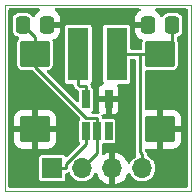
<source format=gbr>
%TF.GenerationSoftware,KiCad,Pcbnew,6.0.11-2627ca5db0~126~ubuntu20.04.1*%
%TF.CreationDate,2023-04-18T12:09:56-05:00*%
%TF.ProjectId,me2188c-slim,6d653231-3838-4632-9d73-6c696d2e6b69,rev?*%
%TF.SameCoordinates,Original*%
%TF.FileFunction,Copper,L1,Top*%
%TF.FilePolarity,Positive*%
%FSLAX46Y46*%
G04 Gerber Fmt 4.6, Leading zero omitted, Abs format (unit mm)*
G04 Created by KiCad (PCBNEW 6.0.11-2627ca5db0~126~ubuntu20.04.1) date 2023-04-18 12:09:56*
%MOMM*%
%LPD*%
G01*
G04 APERTURE LIST*
G04 Aperture macros list*
%AMRoundRect*
0 Rectangle with rounded corners*
0 $1 Rounding radius*
0 $2 $3 $4 $5 $6 $7 $8 $9 X,Y pos of 4 corners*
0 Add a 4 corners polygon primitive as box body*
4,1,4,$2,$3,$4,$5,$6,$7,$8,$9,$2,$3,0*
0 Add four circle primitives for the rounded corners*
1,1,$1+$1,$2,$3*
1,1,$1+$1,$4,$5*
1,1,$1+$1,$6,$7*
1,1,$1+$1,$8,$9*
0 Add four rect primitives between the rounded corners*
20,1,$1+$1,$2,$3,$4,$5,0*
20,1,$1+$1,$4,$5,$6,$7,0*
20,1,$1+$1,$6,$7,$8,$9,0*
20,1,$1+$1,$8,$9,$2,$3,0*%
G04 Aperture macros list end*
%TA.AperFunction,Profile*%
%ADD10C,0.100000*%
%TD*%
%TA.AperFunction,ComponentPad*%
%ADD11R,1.700000X1.700000*%
%TD*%
%TA.AperFunction,ComponentPad*%
%ADD12O,1.700000X1.700000*%
%TD*%
%TA.AperFunction,SMDPad,CuDef*%
%ADD13RoundRect,0.250000X0.337500X0.475000X-0.337500X0.475000X-0.337500X-0.475000X0.337500X-0.475000X0*%
%TD*%
%TA.AperFunction,SMDPad,CuDef*%
%ADD14RoundRect,0.250000X-1.025000X0.875000X-1.025000X-0.875000X1.025000X-0.875000X1.025000X0.875000X0*%
%TD*%
%TA.AperFunction,SMDPad,CuDef*%
%ADD15R,0.650000X1.560000*%
%TD*%
%TA.AperFunction,SMDPad,CuDef*%
%ADD16R,1.750000X4.500000*%
%TD*%
%TA.AperFunction,SMDPad,CuDef*%
%ADD17RoundRect,0.250000X-0.337500X-0.475000X0.337500X-0.475000X0.337500X0.475000X-0.337500X0.475000X0*%
%TD*%
%TA.AperFunction,Conductor*%
%ADD18C,0.250000*%
%TD*%
G04 APERTURE END LIST*
D10*
X115700000Y-100000000D02*
X115700000Y-115700000D01*
X100000000Y-100000000D02*
X100000000Y-115700000D01*
X100000000Y-100000000D02*
X115700000Y-100000000D01*
X100000000Y-115700000D02*
X115700000Y-115700000D01*
D11*
%TO.P,J1,1,Pin_1*%
%TO.N,Net-(U1-Pad1)*%
X103987000Y-113800000D03*
D12*
%TO.P,J1,2,Pin_2*%
%TO.N,Net-(C2-Pad1)*%
X106527000Y-113800000D03*
%TO.P,J1,3,Pin_3*%
%TO.N,GND*%
X109067000Y-113800000D03*
%TO.P,J1,4,Pin_4*%
%TO.N,Net-(C1-Pad1)*%
X111607000Y-113800000D03*
%TD*%
D13*
%TO.P,C4,1*%
%TO.N,Net-(C1-Pad1)*%
X114145500Y-101650000D03*
%TO.P,C4,2*%
%TO.N,GND*%
X112070500Y-101650000D03*
%TD*%
D14*
%TO.P,C1,1*%
%TO.N,Net-(C1-Pad1)*%
X113108000Y-104100000D03*
%TO.P,C1,2*%
%TO.N,GND*%
X113108000Y-110500000D03*
%TD*%
D15*
%TO.P,U1,1,CE*%
%TO.N,Net-(U1-Pad1)*%
X106850000Y-110650000D03*
%TO.P,U1,2,VOUT*%
%TO.N,Net-(C2-Pad1)*%
X107800000Y-110650000D03*
%TO.P,U1,3,NC*%
%TO.N,unconnected-(U1-Pad3)*%
X108750000Y-110650000D03*
%TO.P,U1,4,GND*%
%TO.N,GND*%
X108750000Y-107950000D03*
%TO.P,U1,5,LX*%
%TO.N,Net-(L1-Pad2)*%
X106850000Y-107950000D03*
%TD*%
D14*
%TO.P,C2,1*%
%TO.N,Net-(C2-Pad1)*%
X102516000Y-104100000D03*
%TO.P,C2,2*%
%TO.N,GND*%
X102516000Y-110500000D03*
%TD*%
D16*
%TO.P,L1,1,1*%
%TO.N,Net-(C1-Pad1)*%
X109425000Y-104140000D03*
%TO.P,L1,2,2*%
%TO.N,Net-(L1-Pad2)*%
X106175000Y-104140000D03*
%TD*%
D17*
%TO.P,C3,1*%
%TO.N,Net-(C2-Pad1)*%
X101478500Y-101650000D03*
%TO.P,C3,2*%
%TO.N,GND*%
X103553500Y-101650000D03*
%TD*%
D18*
%TO.N,Net-(C1-Pad1)*%
X113108000Y-104100000D02*
X114145500Y-103062500D01*
X111426700Y-112444600D02*
X111607000Y-112624900D01*
X111607000Y-113800000D02*
X111607000Y-112624900D01*
X113068000Y-104140000D02*
X113108000Y-104100000D01*
X109425000Y-104140000D02*
X111426700Y-104140000D01*
X114145500Y-103062500D02*
X114145500Y-101650000D01*
X111426700Y-104140000D02*
X111426700Y-112444600D01*
X111426700Y-104140000D02*
X113068000Y-104140000D01*
%TO.N,Net-(C2-Pad1)*%
X101478500Y-101650000D02*
X102516000Y-102687500D01*
X102516000Y-102687500D02*
X102516000Y-104100000D01*
X106876500Y-109544900D02*
X107800000Y-109544900D01*
X107800000Y-110650000D02*
X107800000Y-109544900D01*
X107800000Y-110650000D02*
X107800000Y-112527000D01*
X102516000Y-105184400D02*
X106876500Y-109544900D01*
X107800000Y-112527000D02*
X106527000Y-113800000D01*
X102516000Y-104100000D02*
X102516000Y-105184400D01*
%TO.N,Net-(U1-Pad1)*%
X105162100Y-113443000D02*
X105162100Y-113800000D01*
X106850000Y-111755100D02*
X105162100Y-113443000D01*
X103987000Y-113800000D02*
X105162100Y-113800000D01*
X106850000Y-110650000D02*
X106850000Y-111755100D01*
%TO.N,Net-(L1-Pad2)*%
X106175000Y-106715100D02*
X106304800Y-106844900D01*
X106850000Y-107950000D02*
X106850000Y-106844900D01*
X106175000Y-104140000D02*
X106175000Y-106715100D01*
X106304800Y-106844900D02*
X106850000Y-106844900D01*
%TD*%
%TA.AperFunction,Conductor*%
%TO.N,GND*%
G36*
X102888046Y-100274502D02*
G01*
X102934539Y-100328158D01*
X102944643Y-100398432D01*
X102915149Y-100463012D01*
X102886228Y-100487644D01*
X102748193Y-100573063D01*
X102736792Y-100582099D01*
X102622261Y-100696829D01*
X102613249Y-100708240D01*
X102528184Y-100846243D01*
X102522036Y-100859426D01*
X102500283Y-100925010D01*
X102459853Y-100983370D01*
X102394288Y-101010607D01*
X102324407Y-100998074D01*
X102270170Y-100945853D01*
X102266221Y-100938640D01*
X102263071Y-100930236D01*
X102176404Y-100814596D01*
X102155977Y-100799287D01*
X102067946Y-100733311D01*
X102067943Y-100733309D01*
X102060764Y-100727929D01*
X101971046Y-100694296D01*
X101932843Y-100679974D01*
X101932841Y-100679974D01*
X101925448Y-100677202D01*
X101917598Y-100676349D01*
X101917597Y-100676349D01*
X101867153Y-100670869D01*
X101867152Y-100670869D01*
X101863756Y-100670500D01*
X101093244Y-100670500D01*
X101089848Y-100670869D01*
X101089847Y-100670869D01*
X101039403Y-100676349D01*
X101039402Y-100676349D01*
X101031552Y-100677202D01*
X101024159Y-100679974D01*
X101024157Y-100679974D01*
X100985954Y-100694296D01*
X100896236Y-100727929D01*
X100889057Y-100733309D01*
X100889054Y-100733311D01*
X100801023Y-100799287D01*
X100780596Y-100814596D01*
X100775215Y-100821776D01*
X100699311Y-100923054D01*
X100699309Y-100923057D01*
X100693929Y-100930236D01*
X100643202Y-101065552D01*
X100636500Y-101127244D01*
X100636500Y-102172756D01*
X100643202Y-102234448D01*
X100693929Y-102369764D01*
X100699309Y-102376943D01*
X100699311Y-102376946D01*
X100765287Y-102464977D01*
X100780596Y-102485404D01*
X100787776Y-102490785D01*
X100889054Y-102566689D01*
X100889057Y-102566691D01*
X100896236Y-102572071D01*
X100979196Y-102603171D01*
X101024157Y-102620026D01*
X101024159Y-102620026D01*
X101031552Y-102622798D01*
X101039400Y-102623651D01*
X101039402Y-102623651D01*
X101082252Y-102628306D01*
X101147814Y-102655549D01*
X101188239Y-102713912D01*
X101190694Y-102784866D01*
X101154399Y-102845884D01*
X101144209Y-102854394D01*
X101130596Y-102864596D01*
X101125215Y-102871776D01*
X101049311Y-102973054D01*
X101049309Y-102973057D01*
X101043929Y-102980236D01*
X100993202Y-103115552D01*
X100986500Y-103177244D01*
X100986500Y-105022756D01*
X100993202Y-105084448D01*
X101043929Y-105219764D01*
X101049309Y-105226943D01*
X101049311Y-105226946D01*
X101115287Y-105314977D01*
X101130596Y-105335404D01*
X101137776Y-105340785D01*
X101239054Y-105416689D01*
X101239057Y-105416691D01*
X101246236Y-105422071D01*
X101335954Y-105455704D01*
X101374157Y-105470026D01*
X101374159Y-105470026D01*
X101381552Y-105472798D01*
X101389402Y-105473651D01*
X101389403Y-105473651D01*
X101439847Y-105479131D01*
X101443244Y-105479500D01*
X102222216Y-105479500D01*
X102290337Y-105499502D01*
X102311311Y-105516405D01*
X106324436Y-109529530D01*
X106358462Y-109591842D01*
X106353397Y-109662657D01*
X106340105Y-109688628D01*
X106292161Y-109760379D01*
X106292160Y-109760382D01*
X106285266Y-109770699D01*
X106270500Y-109844933D01*
X106270501Y-111455066D01*
X106285266Y-111529301D01*
X106292161Y-111539620D01*
X106292162Y-111539622D01*
X106329491Y-111595488D01*
X106350706Y-111663241D01*
X106331923Y-111731708D01*
X106313821Y-111754585D01*
X105241763Y-112826643D01*
X105179451Y-112860669D01*
X105108636Y-112855604D01*
X105047904Y-112807552D01*
X105027377Y-112776832D01*
X105020484Y-112766516D01*
X104936301Y-112710266D01*
X104862067Y-112695500D01*
X103987142Y-112695500D01*
X103111934Y-112695501D01*
X103076182Y-112702612D01*
X103049874Y-112707844D01*
X103049872Y-112707845D01*
X103037699Y-112710266D01*
X103027379Y-112717161D01*
X103027378Y-112717162D01*
X103000205Y-112735319D01*
X102953516Y-112766516D01*
X102897266Y-112850699D01*
X102882500Y-112924933D01*
X102882501Y-114675066D01*
X102897266Y-114749301D01*
X102904161Y-114759620D01*
X102904162Y-114759622D01*
X102944516Y-114820015D01*
X102953516Y-114833484D01*
X103037699Y-114889734D01*
X103111933Y-114904500D01*
X103986858Y-114904500D01*
X104862066Y-114904499D01*
X104897818Y-114897388D01*
X104924126Y-114892156D01*
X104924128Y-114892155D01*
X104936301Y-114889734D01*
X104946621Y-114882839D01*
X104946622Y-114882838D01*
X105010168Y-114840377D01*
X105020484Y-114833484D01*
X105076734Y-114749301D01*
X105091500Y-114675067D01*
X105091500Y-114306251D01*
X105111502Y-114238130D01*
X105165158Y-114191637D01*
X105192532Y-114184547D01*
X105192287Y-114183561D01*
X105234321Y-114173120D01*
X105244006Y-114171114D01*
X105286726Y-114164004D01*
X105295893Y-114159058D01*
X105300400Y-114157515D01*
X105304793Y-114155614D01*
X105314901Y-114153103D01*
X105323649Y-114147454D01*
X105333208Y-114143318D01*
X105334859Y-114147132D01*
X105383100Y-114132815D01*
X105451278Y-114152618D01*
X105497893Y-114206063D01*
X105521010Y-114256208D01*
X105566377Y-114354616D01*
X105683533Y-114520389D01*
X105828938Y-114662035D01*
X105997720Y-114774812D01*
X106003023Y-114777090D01*
X106003026Y-114777092D01*
X106178921Y-114852662D01*
X106184228Y-114854942D01*
X106257244Y-114871464D01*
X106376579Y-114898467D01*
X106376584Y-114898468D01*
X106382216Y-114899742D01*
X106387987Y-114899969D01*
X106387989Y-114899969D01*
X106447756Y-114902317D01*
X106585053Y-114907712D01*
X106692348Y-114892155D01*
X106780231Y-114879413D01*
X106780236Y-114879412D01*
X106785945Y-114878584D01*
X106791409Y-114876729D01*
X106791414Y-114876728D01*
X106972693Y-114815192D01*
X106972698Y-114815190D01*
X106978165Y-114813334D01*
X107155276Y-114714147D01*
X107194969Y-114681135D01*
X107282696Y-114608172D01*
X107311345Y-114584345D01*
X107441147Y-114428276D01*
X107540334Y-114251165D01*
X107542720Y-114244135D01*
X107543170Y-114243496D01*
X107544541Y-114240416D01*
X107545146Y-114240685D01*
X107583553Y-114186059D01*
X107649305Y-114159278D01*
X107719098Y-114172295D01*
X107770773Y-114220980D01*
X107778777Y-114237229D01*
X107848770Y-114409603D01*
X107853413Y-114418794D01*
X107964694Y-114600388D01*
X107970777Y-114608699D01*
X108110213Y-114769667D01*
X108117580Y-114776883D01*
X108281434Y-114912916D01*
X108289881Y-114918831D01*
X108473756Y-115026279D01*
X108483042Y-115030729D01*
X108682001Y-115106703D01*
X108691899Y-115109579D01*
X108795250Y-115130606D01*
X108809299Y-115129410D01*
X108813000Y-115119065D01*
X108813000Y-112483102D01*
X108809082Y-112469758D01*
X108794806Y-112467771D01*
X108756324Y-112473660D01*
X108746288Y-112476051D01*
X108543868Y-112542212D01*
X108534359Y-112546209D01*
X108363945Y-112634921D01*
X108294286Y-112648634D01*
X108228271Y-112622509D01*
X108186859Y-112564841D01*
X108179862Y-112528108D01*
X108179597Y-112521368D01*
X108179500Y-112516418D01*
X108179500Y-111794185D01*
X108199502Y-111726064D01*
X108253158Y-111679571D01*
X108330081Y-111670606D01*
X108375153Y-111679571D01*
X108399933Y-111684500D01*
X108749943Y-111684500D01*
X109100066Y-111684499D01*
X109135818Y-111677388D01*
X109162126Y-111672156D01*
X109162128Y-111672155D01*
X109174301Y-111669734D01*
X109184621Y-111662839D01*
X109184622Y-111662838D01*
X109248168Y-111620377D01*
X109258484Y-111613484D01*
X109314734Y-111529301D01*
X109329500Y-111455067D01*
X109329499Y-109844934D01*
X109314734Y-109770699D01*
X109258484Y-109686516D01*
X109174301Y-109630266D01*
X109100067Y-109615500D01*
X108750057Y-109615500D01*
X108399934Y-109615501D01*
X108363905Y-109622667D01*
X108332083Y-109628996D01*
X108261369Y-109622667D01*
X108205303Y-109579112D01*
X108183201Y-109518871D01*
X108183561Y-109514713D01*
X108173120Y-109472679D01*
X108171114Y-109462992D01*
X108164004Y-109420274D01*
X108159060Y-109411110D01*
X108157514Y-109406595D01*
X108155613Y-109402203D01*
X108153653Y-109394312D01*
X108153601Y-109393892D01*
X108153272Y-109392778D01*
X108153124Y-109392184D01*
X108153382Y-109392120D01*
X108145536Y-109328552D01*
X108176314Y-109264574D01*
X108236796Y-109227392D01*
X108298844Y-109230290D01*
X108299709Y-109226651D01*
X108322649Y-109232105D01*
X108373514Y-109237631D01*
X108380328Y-109238000D01*
X108477885Y-109238000D01*
X108493124Y-109233525D01*
X108494329Y-109232135D01*
X108496000Y-109224452D01*
X108496000Y-109219884D01*
X109004000Y-109219884D01*
X109008475Y-109235123D01*
X109009865Y-109236328D01*
X109017548Y-109237999D01*
X109119669Y-109237999D01*
X109126490Y-109237629D01*
X109177352Y-109232105D01*
X109192604Y-109228479D01*
X109313054Y-109183324D01*
X109328649Y-109174786D01*
X109430724Y-109098285D01*
X109443285Y-109085724D01*
X109519786Y-108983649D01*
X109528324Y-108968054D01*
X109573478Y-108847606D01*
X109577105Y-108832351D01*
X109582631Y-108781486D01*
X109583000Y-108774672D01*
X109583000Y-108222115D01*
X109578525Y-108206876D01*
X109577135Y-108205671D01*
X109569452Y-108204000D01*
X109022115Y-108204000D01*
X109006876Y-108208475D01*
X109005671Y-108209865D01*
X109004000Y-108217548D01*
X109004000Y-109219884D01*
X108496000Y-109219884D01*
X108496000Y-108222115D01*
X108491525Y-108206876D01*
X108490135Y-108205671D01*
X108482452Y-108204000D01*
X107935116Y-108204000D01*
X107919877Y-108208475D01*
X107918672Y-108209865D01*
X107917001Y-108217548D01*
X107917001Y-108774669D01*
X107917371Y-108781490D01*
X107922895Y-108832352D01*
X107926521Y-108847604D01*
X107971679Y-108968061D01*
X107977766Y-108979180D01*
X107992935Y-109048537D01*
X107968198Y-109115085D01*
X107911410Y-109157695D01*
X107862066Y-109165528D01*
X107860584Y-109165400D01*
X107822146Y-109165400D01*
X107811274Y-109164930D01*
X107800848Y-109164027D01*
X107769813Y-109161339D01*
X107759705Y-109163850D01*
X107749322Y-109164667D01*
X107749272Y-109164027D01*
X107738048Y-109165400D01*
X107396832Y-109165400D01*
X107328711Y-109145398D01*
X107282218Y-109091742D01*
X107272114Y-109021468D01*
X107301608Y-108956888D01*
X107326829Y-108934636D01*
X107348167Y-108920378D01*
X107348168Y-108920377D01*
X107358484Y-108913484D01*
X107414734Y-108829301D01*
X107429500Y-108755067D01*
X107429499Y-107144934D01*
X107421326Y-107103840D01*
X107417156Y-107082874D01*
X107417155Y-107082872D01*
X107414734Y-107070699D01*
X107358484Y-106986516D01*
X107288285Y-106939610D01*
X107242759Y-106885133D01*
X107234624Y-106835380D01*
X107233479Y-106835470D01*
X107232662Y-106825091D01*
X107233561Y-106814713D01*
X107223120Y-106772679D01*
X107221114Y-106762992D01*
X107215714Y-106730549D01*
X107214004Y-106720274D01*
X107209059Y-106711108D01*
X107206326Y-106703126D01*
X107206154Y-106702544D01*
X107205914Y-106701923D01*
X107205688Y-106701263D01*
X107205768Y-106701236D01*
X107203272Y-106692778D01*
X107203124Y-106692184D01*
X107206080Y-106691447D01*
X107199432Y-106637536D01*
X107231686Y-106574686D01*
X107233484Y-106573484D01*
X107289734Y-106489301D01*
X107304500Y-106415067D01*
X107304499Y-101864934D01*
X107289734Y-101790699D01*
X107233484Y-101706516D01*
X107149301Y-101650266D01*
X107075067Y-101635500D01*
X106175146Y-101635500D01*
X105274934Y-101635501D01*
X105239182Y-101642612D01*
X105212874Y-101647844D01*
X105212872Y-101647845D01*
X105200699Y-101650266D01*
X105190379Y-101657161D01*
X105190378Y-101657162D01*
X105129985Y-101697516D01*
X105116516Y-101706516D01*
X105060266Y-101790699D01*
X105045500Y-101864933D01*
X105045501Y-106415066D01*
X105060266Y-106489301D01*
X105067161Y-106499620D01*
X105067162Y-106499622D01*
X105074823Y-106511087D01*
X105116516Y-106573484D01*
X105200699Y-106629734D01*
X105274933Y-106644500D01*
X105671740Y-106644500D01*
X105739861Y-106664502D01*
X105786354Y-106718158D01*
X105796030Y-106749810D01*
X105798669Y-106765663D01*
X105799506Y-106771543D01*
X105800455Y-106779557D01*
X105805530Y-106822441D01*
X105809493Y-106830693D01*
X105810996Y-106839726D01*
X105815943Y-106848895D01*
X105815944Y-106848897D01*
X105835334Y-106884832D01*
X105838031Y-106890125D01*
X105856785Y-106929182D01*
X105856788Y-106929186D01*
X105860219Y-106936332D01*
X105863814Y-106940608D01*
X105865737Y-106942531D01*
X105867509Y-106944463D01*
X105867552Y-106944542D01*
X105867428Y-106944655D01*
X105867904Y-106945195D01*
X105870990Y-106950914D01*
X105878635Y-106957981D01*
X105910586Y-106987516D01*
X105914152Y-106990946D01*
X105998322Y-107075116D01*
X106013464Y-107093864D01*
X106014579Y-107095089D01*
X106020229Y-107103840D01*
X106028407Y-107110287D01*
X106028409Y-107110289D01*
X106046600Y-107124629D01*
X106051041Y-107128575D01*
X106051103Y-107128502D01*
X106055067Y-107131861D01*
X106058744Y-107135538D01*
X106074492Y-107146792D01*
X106079162Y-107150298D01*
X106119447Y-107182056D01*
X106128081Y-107185088D01*
X106135534Y-107190414D01*
X106180603Y-107203893D01*
X106240135Y-107242573D01*
X106269305Y-107307300D01*
X106270500Y-107324609D01*
X106270501Y-108098017D01*
X106250499Y-108166138D01*
X106196843Y-108212631D01*
X106126569Y-108222735D01*
X106061989Y-108193242D01*
X106055406Y-108187112D01*
X103557362Y-105689068D01*
X103523336Y-105626756D01*
X103528401Y-105555941D01*
X103570948Y-105499105D01*
X103632848Y-105474710D01*
X103642598Y-105473651D01*
X103642600Y-105473651D01*
X103650448Y-105472798D01*
X103657841Y-105470026D01*
X103657843Y-105470026D01*
X103696046Y-105455704D01*
X103785764Y-105422071D01*
X103792943Y-105416691D01*
X103792946Y-105416689D01*
X103894224Y-105340785D01*
X103901404Y-105335404D01*
X103916713Y-105314977D01*
X103982689Y-105226946D01*
X103982691Y-105226943D01*
X103988071Y-105219764D01*
X104038798Y-105084448D01*
X104045500Y-105022756D01*
X104045500Y-103177244D01*
X104038798Y-103115552D01*
X104004455Y-103023941D01*
X103999272Y-102953135D01*
X104033193Y-102890766D01*
X104082561Y-102860189D01*
X104207784Y-102818412D01*
X104220962Y-102812239D01*
X104358807Y-102726937D01*
X104370208Y-102717901D01*
X104484739Y-102603171D01*
X104493751Y-102591760D01*
X104578816Y-102453757D01*
X104584963Y-102440576D01*
X104636138Y-102286290D01*
X104639005Y-102272914D01*
X104648672Y-102178562D01*
X104649000Y-102172146D01*
X104649000Y-101922115D01*
X104644525Y-101906876D01*
X104643135Y-101905671D01*
X104635452Y-101904000D01*
X103425500Y-101904000D01*
X103357379Y-101883998D01*
X103310886Y-101830342D01*
X103299500Y-101778000D01*
X103299500Y-101522000D01*
X103319502Y-101453879D01*
X103373158Y-101407386D01*
X103425500Y-101396000D01*
X104630884Y-101396000D01*
X104646123Y-101391525D01*
X104647328Y-101390135D01*
X104648999Y-101382452D01*
X104648999Y-101127905D01*
X104648662Y-101121386D01*
X104638743Y-101025794D01*
X104635851Y-101012400D01*
X104584412Y-100858216D01*
X104578239Y-100845038D01*
X104492937Y-100707193D01*
X104483901Y-100695792D01*
X104369171Y-100581261D01*
X104357760Y-100572249D01*
X104220692Y-100487760D01*
X104173199Y-100434988D01*
X104161775Y-100364917D01*
X104190049Y-100299793D01*
X104249043Y-100260293D01*
X104286808Y-100254500D01*
X111336925Y-100254500D01*
X111405046Y-100274502D01*
X111451539Y-100328158D01*
X111461643Y-100398432D01*
X111432149Y-100463012D01*
X111403228Y-100487644D01*
X111265193Y-100573063D01*
X111253792Y-100582099D01*
X111139261Y-100696829D01*
X111130249Y-100708240D01*
X111045184Y-100846243D01*
X111039037Y-100859424D01*
X110987862Y-101013710D01*
X110984995Y-101027086D01*
X110975328Y-101121438D01*
X110975000Y-101127855D01*
X110975000Y-101377885D01*
X110979475Y-101393124D01*
X110980865Y-101394329D01*
X110988548Y-101396000D01*
X112198500Y-101396000D01*
X112266621Y-101416002D01*
X112313114Y-101469658D01*
X112324500Y-101522000D01*
X112324500Y-101778000D01*
X112304498Y-101846121D01*
X112250842Y-101892614D01*
X112198500Y-101904000D01*
X110993116Y-101904000D01*
X110977877Y-101908475D01*
X110976672Y-101909865D01*
X110975001Y-101917548D01*
X110975001Y-102172095D01*
X110975338Y-102178614D01*
X110985257Y-102274206D01*
X110988149Y-102287600D01*
X111039588Y-102441784D01*
X111045761Y-102454962D01*
X111131063Y-102592807D01*
X111140099Y-102604208D01*
X111254829Y-102718739D01*
X111266240Y-102727751D01*
X111404243Y-102812816D01*
X111417426Y-102818964D01*
X111541260Y-102860038D01*
X111599620Y-102900469D01*
X111626857Y-102966033D01*
X111619575Y-103023860D01*
X111587974Y-103108157D01*
X111585202Y-103115552D01*
X111578500Y-103177244D01*
X111578500Y-103634500D01*
X111558498Y-103702621D01*
X111504842Y-103749114D01*
X111452500Y-103760500D01*
X111448846Y-103760500D01*
X111437974Y-103760030D01*
X111427548Y-103759127D01*
X111396513Y-103756439D01*
X111386405Y-103758950D01*
X111376022Y-103759767D01*
X111375972Y-103759127D01*
X111364748Y-103760500D01*
X110680499Y-103760500D01*
X110612378Y-103740498D01*
X110565885Y-103686842D01*
X110554499Y-103634500D01*
X110554499Y-101864934D01*
X110539734Y-101790699D01*
X110483484Y-101706516D01*
X110399301Y-101650266D01*
X110325067Y-101635500D01*
X109425146Y-101635500D01*
X108524934Y-101635501D01*
X108489182Y-101642612D01*
X108462874Y-101647844D01*
X108462872Y-101647845D01*
X108450699Y-101650266D01*
X108440379Y-101657161D01*
X108440378Y-101657162D01*
X108379985Y-101697516D01*
X108366516Y-101706516D01*
X108310266Y-101790699D01*
X108295500Y-101864933D01*
X108295501Y-106415066D01*
X108310266Y-106489301D01*
X108318738Y-106501980D01*
X108320594Y-106507906D01*
X108321911Y-106511087D01*
X108321626Y-106511205D01*
X108339952Y-106569733D01*
X108321168Y-106638200D01*
X108268351Y-106685643D01*
X108258202Y-106689963D01*
X108186946Y-106716676D01*
X108171351Y-106725214D01*
X108069276Y-106801715D01*
X108056715Y-106814276D01*
X107980214Y-106916351D01*
X107971676Y-106931946D01*
X107926522Y-107052394D01*
X107922895Y-107067649D01*
X107917369Y-107118514D01*
X107917000Y-107125328D01*
X107917000Y-107677885D01*
X107921475Y-107693124D01*
X107922865Y-107694329D01*
X107930548Y-107696000D01*
X109564884Y-107696000D01*
X109580123Y-107691525D01*
X109581328Y-107690135D01*
X109582999Y-107682452D01*
X109582999Y-107125331D01*
X109582629Y-107118510D01*
X109577105Y-107067648D01*
X109573479Y-107052396D01*
X109528324Y-106931946D01*
X109519789Y-106916356D01*
X109467108Y-106846064D01*
X109442261Y-106779557D01*
X109457314Y-106710175D01*
X109507489Y-106659945D01*
X109567933Y-106644499D01*
X110325066Y-106644499D01*
X110360818Y-106637388D01*
X110387126Y-106632156D01*
X110387128Y-106632155D01*
X110399301Y-106629734D01*
X110409621Y-106622839D01*
X110409622Y-106622838D01*
X110473168Y-106580377D01*
X110483484Y-106573484D01*
X110539734Y-106489301D01*
X110554500Y-106415067D01*
X110554500Y-104645500D01*
X110574502Y-104577379D01*
X110628158Y-104530886D01*
X110680500Y-104519500D01*
X110921200Y-104519500D01*
X110989321Y-104539502D01*
X111035814Y-104593158D01*
X111047200Y-104645500D01*
X111047200Y-112390680D01*
X111044651Y-112414628D01*
X111044572Y-112416293D01*
X111042380Y-112426476D01*
X111043604Y-112436817D01*
X111046327Y-112459823D01*
X111046677Y-112465754D01*
X111046772Y-112465746D01*
X111047200Y-112470926D01*
X111047200Y-112476124D01*
X111048053Y-112481247D01*
X111048053Y-112481250D01*
X111050369Y-112495165D01*
X111051206Y-112501043D01*
X111053612Y-112521368D01*
X111057230Y-112551941D01*
X111061193Y-112560193D01*
X111062696Y-112569226D01*
X111067643Y-112578395D01*
X111067644Y-112578397D01*
X111087034Y-112614332D01*
X111089731Y-112619624D01*
X111108901Y-112659547D01*
X111111919Y-112665833D01*
X111110906Y-112666320D01*
X111128931Y-112727212D01*
X111109079Y-112795377D01*
X111067353Y-112835775D01*
X110959982Y-112899653D01*
X110959974Y-112899658D01*
X110955010Y-112902612D01*
X110950670Y-112906418D01*
X110950666Y-112906421D01*
X110870293Y-112976907D01*
X110802392Y-113036455D01*
X110676720Y-113195869D01*
X110674031Y-113200980D01*
X110674029Y-113200983D01*
X110584589Y-113370980D01*
X110535170Y-113421952D01*
X110466037Y-113438115D01*
X110399141Y-113414336D01*
X110359003Y-113359973D01*
X110356955Y-113360863D01*
X110269972Y-113160814D01*
X110265105Y-113151739D01*
X110149426Y-112972926D01*
X110143136Y-112964757D01*
X109999806Y-112807240D01*
X109992273Y-112800215D01*
X109825139Y-112668222D01*
X109816552Y-112662517D01*
X109630117Y-112559599D01*
X109620705Y-112555369D01*
X109419959Y-112484280D01*
X109409988Y-112481646D01*
X109338837Y-112468972D01*
X109325540Y-112470432D01*
X109321000Y-112484989D01*
X109321000Y-115118517D01*
X109325064Y-115132359D01*
X109338478Y-115134393D01*
X109345184Y-115133534D01*
X109355262Y-115131392D01*
X109559255Y-115070191D01*
X109568842Y-115066433D01*
X109760095Y-114972739D01*
X109768945Y-114967464D01*
X109942328Y-114843792D01*
X109950200Y-114837139D01*
X110101052Y-114686812D01*
X110107730Y-114678965D01*
X110232003Y-114506020D01*
X110237313Y-114497183D01*
X110331670Y-114306267D01*
X110335469Y-114296672D01*
X110352066Y-114242047D01*
X110391007Y-114182683D01*
X110455862Y-114153796D01*
X110526038Y-114164558D01*
X110579256Y-114211551D01*
X110587048Y-114225922D01*
X110646377Y-114354616D01*
X110763533Y-114520389D01*
X110908938Y-114662035D01*
X111077720Y-114774812D01*
X111083023Y-114777090D01*
X111083026Y-114777092D01*
X111258921Y-114852662D01*
X111264228Y-114854942D01*
X111337244Y-114871464D01*
X111456579Y-114898467D01*
X111456584Y-114898468D01*
X111462216Y-114899742D01*
X111467987Y-114899969D01*
X111467989Y-114899969D01*
X111527756Y-114902317D01*
X111665053Y-114907712D01*
X111772348Y-114892155D01*
X111860231Y-114879413D01*
X111860236Y-114879412D01*
X111865945Y-114878584D01*
X111871409Y-114876729D01*
X111871414Y-114876728D01*
X112052693Y-114815192D01*
X112052698Y-114815190D01*
X112058165Y-114813334D01*
X112235276Y-114714147D01*
X112274969Y-114681135D01*
X112362696Y-114608172D01*
X112391345Y-114584345D01*
X112521147Y-114428276D01*
X112620334Y-114251165D01*
X112622190Y-114245698D01*
X112622192Y-114245693D01*
X112683728Y-114064414D01*
X112683729Y-114064409D01*
X112685584Y-114058945D01*
X112686412Y-114053236D01*
X112686413Y-114053231D01*
X112714179Y-113861727D01*
X112714712Y-113858053D01*
X112716232Y-113800000D01*
X112697658Y-113597859D01*
X112696090Y-113592299D01*
X112644125Y-113408046D01*
X112644124Y-113408044D01*
X112642557Y-113402487D01*
X112622031Y-113360863D01*
X112555331Y-113225609D01*
X112552776Y-113220428D01*
X112431320Y-113057779D01*
X112282258Y-112919987D01*
X112277375Y-112916906D01*
X112277371Y-112916903D01*
X112115464Y-112814748D01*
X112110581Y-112811667D01*
X112066216Y-112793967D01*
X112010357Y-112750147D01*
X111987056Y-112683083D01*
X111988650Y-112663611D01*
X111988638Y-112663610D01*
X111989129Y-112653206D01*
X111991321Y-112643024D01*
X111990097Y-112632682D01*
X111990097Y-112632679D01*
X111987374Y-112609679D01*
X111987024Y-112603748D01*
X111986928Y-112603756D01*
X111986500Y-112598579D01*
X111986500Y-112593376D01*
X111983327Y-112574312D01*
X111982496Y-112568466D01*
X111977694Y-112527901D01*
X111976470Y-112517559D01*
X111972507Y-112509307D01*
X111971004Y-112500274D01*
X111961739Y-112483102D01*
X111946666Y-112455168D01*
X111943969Y-112449875D01*
X111925215Y-112410819D01*
X111925214Y-112410818D01*
X111921781Y-112403668D01*
X111918187Y-112399393D01*
X111916262Y-112397468D01*
X111914491Y-112395538D01*
X111914445Y-112395453D01*
X111914568Y-112395341D01*
X111914096Y-112394806D01*
X111911010Y-112389086D01*
X111871413Y-112352483D01*
X111867848Y-112349054D01*
X111858874Y-112340080D01*
X111824848Y-112277768D01*
X111829913Y-112206953D01*
X111872460Y-112150117D01*
X111938980Y-112125306D01*
X111960811Y-112125641D01*
X112029438Y-112132672D01*
X112035854Y-112133000D01*
X112835885Y-112133000D01*
X112851124Y-112128525D01*
X112852329Y-112127135D01*
X112854000Y-112119452D01*
X112854000Y-112114884D01*
X113362000Y-112114884D01*
X113366475Y-112130123D01*
X113367865Y-112131328D01*
X113375548Y-112132999D01*
X114180095Y-112132999D01*
X114186614Y-112132662D01*
X114282206Y-112122743D01*
X114295600Y-112119851D01*
X114449784Y-112068412D01*
X114462962Y-112062239D01*
X114600807Y-111976937D01*
X114612208Y-111967901D01*
X114726739Y-111853171D01*
X114735751Y-111841760D01*
X114820816Y-111703757D01*
X114826963Y-111690576D01*
X114878138Y-111536290D01*
X114881005Y-111522914D01*
X114890672Y-111428562D01*
X114891000Y-111422146D01*
X114891000Y-110772115D01*
X114886525Y-110756876D01*
X114885135Y-110755671D01*
X114877452Y-110754000D01*
X113380115Y-110754000D01*
X113364876Y-110758475D01*
X113363671Y-110759865D01*
X113362000Y-110767548D01*
X113362000Y-112114884D01*
X112854000Y-112114884D01*
X112854000Y-110227885D01*
X113362000Y-110227885D01*
X113366475Y-110243124D01*
X113367865Y-110244329D01*
X113375548Y-110246000D01*
X114872884Y-110246000D01*
X114888123Y-110241525D01*
X114889328Y-110240135D01*
X114890999Y-110232452D01*
X114890999Y-109577905D01*
X114890662Y-109571386D01*
X114880743Y-109475794D01*
X114877851Y-109462400D01*
X114826412Y-109308216D01*
X114820239Y-109295038D01*
X114734937Y-109157193D01*
X114725901Y-109145792D01*
X114611171Y-109031261D01*
X114599760Y-109022249D01*
X114461757Y-108937184D01*
X114448576Y-108931037D01*
X114294290Y-108879862D01*
X114280914Y-108876995D01*
X114186562Y-108867328D01*
X114180145Y-108867000D01*
X113380115Y-108867000D01*
X113364876Y-108871475D01*
X113363671Y-108872865D01*
X113362000Y-108880548D01*
X113362000Y-110227885D01*
X112854000Y-110227885D01*
X112854000Y-108885116D01*
X112849525Y-108869877D01*
X112848135Y-108868672D01*
X112840452Y-108867001D01*
X112035905Y-108867001D01*
X112029388Y-108867338D01*
X111945204Y-108876073D01*
X111875382Y-108863208D01*
X111823600Y-108814637D01*
X111806200Y-108750746D01*
X111806200Y-105591464D01*
X111826202Y-105523343D01*
X111879858Y-105476850D01*
X111950132Y-105466746D01*
X111961348Y-105468882D01*
X111966155Y-105470025D01*
X111973552Y-105472798D01*
X112035244Y-105479500D01*
X114180756Y-105479500D01*
X114184153Y-105479131D01*
X114234597Y-105473651D01*
X114234598Y-105473651D01*
X114242448Y-105472798D01*
X114249841Y-105470026D01*
X114249843Y-105470026D01*
X114288046Y-105455704D01*
X114377764Y-105422071D01*
X114384943Y-105416691D01*
X114384946Y-105416689D01*
X114486224Y-105340785D01*
X114493404Y-105335404D01*
X114508713Y-105314977D01*
X114574689Y-105226946D01*
X114574691Y-105226943D01*
X114580071Y-105219764D01*
X114630798Y-105084448D01*
X114637500Y-105022756D01*
X114637500Y-103177244D01*
X114630798Y-103115552D01*
X114580071Y-102980236D01*
X114550173Y-102940343D01*
X114525326Y-102873839D01*
X114525000Y-102864780D01*
X114525000Y-102735411D01*
X114545002Y-102667290D01*
X114598658Y-102620797D01*
X114606771Y-102617429D01*
X114675243Y-102591760D01*
X114727764Y-102572071D01*
X114734943Y-102566691D01*
X114734946Y-102566689D01*
X114836224Y-102490785D01*
X114843404Y-102485404D01*
X114858713Y-102464977D01*
X114924689Y-102376946D01*
X114924691Y-102376943D01*
X114930071Y-102369764D01*
X114980798Y-102234448D01*
X114987500Y-102172756D01*
X114987500Y-101127244D01*
X114980798Y-101065552D01*
X114930071Y-100930236D01*
X114924691Y-100923057D01*
X114924689Y-100923054D01*
X114848785Y-100821776D01*
X114843404Y-100814596D01*
X114822977Y-100799287D01*
X114734946Y-100733311D01*
X114734943Y-100733309D01*
X114727764Y-100727929D01*
X114638046Y-100694296D01*
X114599843Y-100679974D01*
X114599841Y-100679974D01*
X114592448Y-100677202D01*
X114584598Y-100676349D01*
X114584597Y-100676349D01*
X114534153Y-100670869D01*
X114534152Y-100670869D01*
X114530756Y-100670500D01*
X113760244Y-100670500D01*
X113756848Y-100670869D01*
X113756847Y-100670869D01*
X113706403Y-100676349D01*
X113706402Y-100676349D01*
X113698552Y-100677202D01*
X113691159Y-100679974D01*
X113691157Y-100679974D01*
X113652954Y-100694296D01*
X113563236Y-100727929D01*
X113556057Y-100733309D01*
X113556054Y-100733311D01*
X113468023Y-100799287D01*
X113447596Y-100814596D01*
X113360929Y-100930236D01*
X113357779Y-100938640D01*
X113353819Y-100945874D01*
X113303562Y-100996021D01*
X113234171Y-101011036D01*
X113167678Y-100986152D01*
X113123774Y-100925243D01*
X113101412Y-100858216D01*
X113095239Y-100845038D01*
X113009937Y-100707193D01*
X113000901Y-100695792D01*
X112886171Y-100581261D01*
X112874760Y-100572249D01*
X112737692Y-100487760D01*
X112690199Y-100434988D01*
X112678775Y-100364917D01*
X112707049Y-100299793D01*
X112766043Y-100260293D01*
X112803808Y-100254500D01*
X115319500Y-100254500D01*
X115387621Y-100274502D01*
X115434114Y-100328158D01*
X115445500Y-100380500D01*
X115445500Y-115319500D01*
X115425498Y-115387621D01*
X115371842Y-115434114D01*
X115319500Y-115445500D01*
X100380500Y-115445500D01*
X100312379Y-115425498D01*
X100265886Y-115371842D01*
X100254500Y-115319500D01*
X100254500Y-111422095D01*
X100733001Y-111422095D01*
X100733338Y-111428614D01*
X100743257Y-111524206D01*
X100746149Y-111537600D01*
X100797588Y-111691784D01*
X100803761Y-111704962D01*
X100889063Y-111842807D01*
X100898099Y-111854208D01*
X101012829Y-111968739D01*
X101024240Y-111977751D01*
X101162243Y-112062816D01*
X101175424Y-112068963D01*
X101329710Y-112120138D01*
X101343086Y-112123005D01*
X101437438Y-112132672D01*
X101443854Y-112133000D01*
X102243885Y-112133000D01*
X102259124Y-112128525D01*
X102260329Y-112127135D01*
X102262000Y-112119452D01*
X102262000Y-112114884D01*
X102770000Y-112114884D01*
X102774475Y-112130123D01*
X102775865Y-112131328D01*
X102783548Y-112132999D01*
X103588095Y-112132999D01*
X103594614Y-112132662D01*
X103690206Y-112122743D01*
X103703600Y-112119851D01*
X103857784Y-112068412D01*
X103870962Y-112062239D01*
X104008807Y-111976937D01*
X104020208Y-111967901D01*
X104134739Y-111853171D01*
X104143751Y-111841760D01*
X104228816Y-111703757D01*
X104234963Y-111690576D01*
X104286138Y-111536290D01*
X104289005Y-111522914D01*
X104298672Y-111428562D01*
X104299000Y-111422146D01*
X104299000Y-110772115D01*
X104294525Y-110756876D01*
X104293135Y-110755671D01*
X104285452Y-110754000D01*
X102788115Y-110754000D01*
X102772876Y-110758475D01*
X102771671Y-110759865D01*
X102770000Y-110767548D01*
X102770000Y-112114884D01*
X102262000Y-112114884D01*
X102262000Y-110772115D01*
X102257525Y-110756876D01*
X102256135Y-110755671D01*
X102248452Y-110754000D01*
X100751116Y-110754000D01*
X100735877Y-110758475D01*
X100734672Y-110759865D01*
X100733001Y-110767548D01*
X100733001Y-111422095D01*
X100254500Y-111422095D01*
X100254500Y-110227885D01*
X100733000Y-110227885D01*
X100737475Y-110243124D01*
X100738865Y-110244329D01*
X100746548Y-110246000D01*
X102243885Y-110246000D01*
X102259124Y-110241525D01*
X102260329Y-110240135D01*
X102262000Y-110232452D01*
X102262000Y-110227885D01*
X102770000Y-110227885D01*
X102774475Y-110243124D01*
X102775865Y-110244329D01*
X102783548Y-110246000D01*
X104280884Y-110246000D01*
X104296123Y-110241525D01*
X104297328Y-110240135D01*
X104298999Y-110232452D01*
X104298999Y-109577905D01*
X104298662Y-109571386D01*
X104288743Y-109475794D01*
X104285851Y-109462400D01*
X104234412Y-109308216D01*
X104228239Y-109295038D01*
X104142937Y-109157193D01*
X104133901Y-109145792D01*
X104019171Y-109031261D01*
X104007760Y-109022249D01*
X103869757Y-108937184D01*
X103856576Y-108931037D01*
X103702290Y-108879862D01*
X103688914Y-108876995D01*
X103594562Y-108867328D01*
X103588145Y-108867000D01*
X102788115Y-108867000D01*
X102772876Y-108871475D01*
X102771671Y-108872865D01*
X102770000Y-108880548D01*
X102770000Y-110227885D01*
X102262000Y-110227885D01*
X102262000Y-108885116D01*
X102257525Y-108869877D01*
X102256135Y-108868672D01*
X102248452Y-108867001D01*
X101443905Y-108867001D01*
X101437386Y-108867338D01*
X101341794Y-108877257D01*
X101328400Y-108880149D01*
X101174216Y-108931588D01*
X101161038Y-108937761D01*
X101023193Y-109023063D01*
X101011792Y-109032099D01*
X100897261Y-109146829D01*
X100888249Y-109158240D01*
X100803184Y-109296243D01*
X100797037Y-109309424D01*
X100745862Y-109463710D01*
X100742995Y-109477086D01*
X100733328Y-109571438D01*
X100733000Y-109577855D01*
X100733000Y-110227885D01*
X100254500Y-110227885D01*
X100254500Y-100380500D01*
X100274502Y-100312379D01*
X100328158Y-100265886D01*
X100380500Y-100254500D01*
X102819925Y-100254500D01*
X102888046Y-100274502D01*
G37*
%TD.AperFunction*%
%TD*%
M02*

</source>
